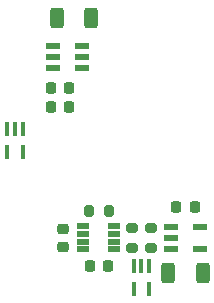
<source format=gtp>
G04 #@! TF.GenerationSoftware,KiCad,Pcbnew,8.0.9*
G04 #@! TF.CreationDate,2025-04-23T02:47:03-04:00*
G04 #@! TF.ProjectId,digital-gate-driver,64696769-7461-46c2-9d67-6174652d6472,rev?*
G04 #@! TF.SameCoordinates,Original*
G04 #@! TF.FileFunction,Paste,Top*
G04 #@! TF.FilePolarity,Positive*
%FSLAX46Y46*%
G04 Gerber Fmt 4.6, Leading zero omitted, Abs format (unit mm)*
G04 Created by KiCad (PCBNEW 8.0.9) date 2025-04-23 02:47:03*
%MOMM*%
%LPD*%
G01*
G04 APERTURE LIST*
G04 Aperture macros list*
%AMRoundRect*
0 Rectangle with rounded corners*
0 $1 Rounding radius*
0 $2 $3 $4 $5 $6 $7 $8 $9 X,Y pos of 4 corners*
0 Add a 4 corners polygon primitive as box body*
4,1,4,$2,$3,$4,$5,$6,$7,$8,$9,$2,$3,0*
0 Add four circle primitives for the rounded corners*
1,1,$1+$1,$2,$3*
1,1,$1+$1,$4,$5*
1,1,$1+$1,$6,$7*
1,1,$1+$1,$8,$9*
0 Add four rect primitives between the rounded corners*
20,1,$1+$1,$2,$3,$4,$5,0*
20,1,$1+$1,$4,$5,$6,$7,0*
20,1,$1+$1,$6,$7,$8,$9,0*
20,1,$1+$1,$8,$9,$2,$3,0*%
G04 Aperture macros list end*
%ADD10RoundRect,0.050000X0.475000X0.175000X-0.475000X0.175000X-0.475000X-0.175000X0.475000X-0.175000X0*%
%ADD11R,0.400000X1.200000*%
%ADD12RoundRect,0.250000X-0.312500X-0.625000X0.312500X-0.625000X0.312500X0.625000X-0.312500X0.625000X0*%
%ADD13RoundRect,0.225000X-0.225000X-0.250000X0.225000X-0.250000X0.225000X0.250000X-0.225000X0.250000X0*%
%ADD14R,1.200000X0.600000*%
%ADD15RoundRect,0.200000X0.275000X-0.200000X0.275000X0.200000X-0.275000X0.200000X-0.275000X-0.200000X0*%
%ADD16RoundRect,0.200000X-0.200000X-0.275000X0.200000X-0.275000X0.200000X0.275000X-0.200000X0.275000X0*%
%ADD17RoundRect,0.225000X0.250000X-0.225000X0.250000X0.225000X-0.250000X0.225000X-0.250000X-0.225000X0*%
%ADD18RoundRect,0.250000X0.312500X0.625000X-0.312500X0.625000X-0.312500X-0.625000X0.312500X-0.625000X0*%
G04 APERTURE END LIST*
D10*
X153780000Y-100025000D03*
X151180000Y-100025000D03*
X153780000Y-99375000D03*
X151180000Y-99375000D03*
X153780000Y-98725000D03*
X151180000Y-98725000D03*
X153780000Y-98075000D03*
X151180000Y-98075000D03*
D11*
X146050000Y-89850000D03*
X145400000Y-89850000D03*
X144750000Y-89850000D03*
X144750000Y-91750000D03*
X146050000Y-91750000D03*
D12*
X158367500Y-102000000D03*
X161292500Y-102000000D03*
D13*
X159055000Y-96400000D03*
X160605000Y-96400000D03*
D14*
X151071726Y-82800500D03*
X151071726Y-83750500D03*
X151071726Y-84700500D03*
X148571726Y-84700500D03*
X148571726Y-83750500D03*
X148571726Y-82800500D03*
D15*
X155280000Y-99875000D03*
X155280000Y-98225000D03*
D16*
X151655000Y-96800000D03*
X153305000Y-96800000D03*
D15*
X156880000Y-98225000D03*
X156880000Y-99875000D03*
D14*
X158580000Y-98100000D03*
X158580000Y-99050000D03*
X158580000Y-100000000D03*
X161080000Y-100000000D03*
X161080000Y-98100000D03*
D17*
X149480000Y-99825000D03*
X149480000Y-98275000D03*
D13*
X151705000Y-101400000D03*
X153255000Y-101400000D03*
D11*
X156730000Y-101450000D03*
X156080000Y-101450000D03*
X155430000Y-101450000D03*
X155430000Y-103350000D03*
X156730000Y-103350000D03*
D13*
X149996726Y-86350500D03*
X148446726Y-86350500D03*
X149996726Y-87950500D03*
X148446726Y-87950500D03*
D18*
X148937500Y-80400000D03*
X151862500Y-80400000D03*
M02*

</source>
